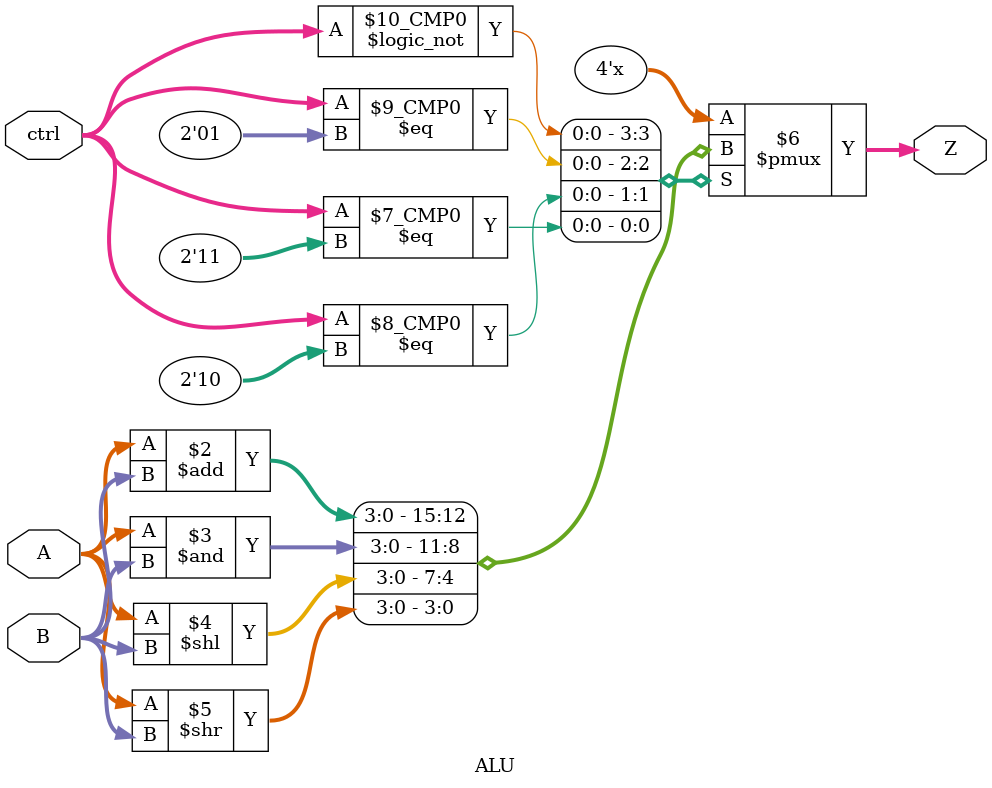
<source format=v>
module ALU (input signed [3:0] A, B, input signed [1:0] ctrl, output signed [3:0] Z);



always@(*)

begin

  case(ctrl)

    2'b00: Z = A+B;  //  addition operation
    2'b01: Z = A&B;  //  Bitwise And Operation
    2'b10: Z = A<<B; //  Shift left logical operation
    'b11: Z = A>>B; //  Shift right logical operation

    default: Z='bXXXX;  // Default value 

  endcase

end



/* case ctrl is

    when "00"=>
        z <=  A+B;
    when "01" =>
	    z  <= A&B;
	when "10" =>
		z  <= A<<B ;
	when "11" =>
	    z  <= A>>B
	when others =>
			z <=(others => 'X');  

endcase */

endmodule

</source>
